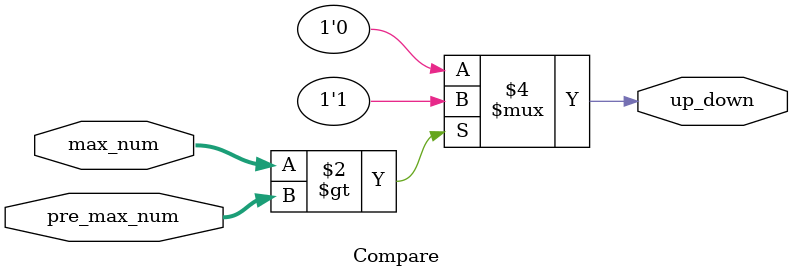
<source format=v>

module Compare(up_down,max_num,pre_max_num);
	input [3:0]max_num; 
	input [3:0]pre_max_num;
	output reg up_down; 
	always @(max_num) begin
		if (max_num>pre_max_num) begin up_down=1; end
		else begin up_down=0; end
	end
endmodule



</source>
